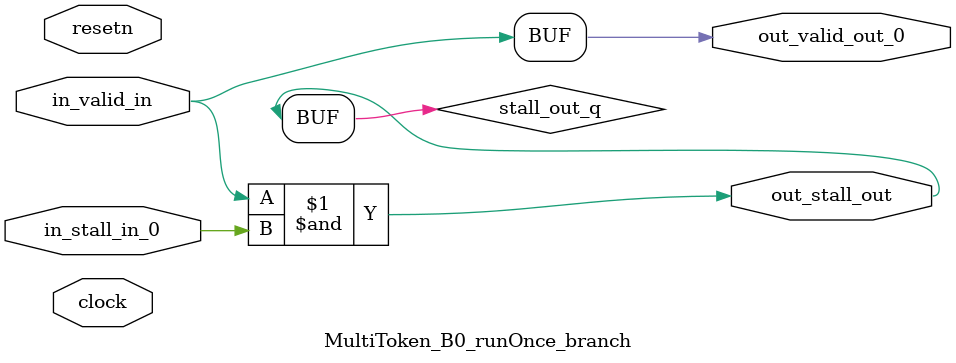
<source format=sv>



(* altera_attribute = "-name AUTO_SHIFT_REGISTER_RECOGNITION OFF; -name MESSAGE_DISABLE 10036; -name MESSAGE_DISABLE 10037; -name MESSAGE_DISABLE 14130; -name MESSAGE_DISABLE 14320; -name MESSAGE_DISABLE 15400; -name MESSAGE_DISABLE 14130; -name MESSAGE_DISABLE 10036; -name MESSAGE_DISABLE 12020; -name MESSAGE_DISABLE 12030; -name MESSAGE_DISABLE 12010; -name MESSAGE_DISABLE 12110; -name MESSAGE_DISABLE 14320; -name MESSAGE_DISABLE 13410; -name MESSAGE_DISABLE 113007; -name MESSAGE_DISABLE 10958" *)
module MultiToken_B0_runOnce_branch (
    input wire [0:0] in_stall_in_0,
    input wire [0:0] in_valid_in,
    output wire [0:0] out_stall_out,
    output wire [0:0] out_valid_out_0,
    input wire clock,
    input wire resetn
    );

    wire [0:0] stall_out_q;


    // stall_out(LOGICAL,6)
    assign stall_out_q = in_valid_in & in_stall_in_0;

    // out_stall_out(GPOUT,4)
    assign out_stall_out = stall_out_q;

    // out_valid_out_0(GPOUT,5)
    assign out_valid_out_0 = in_valid_in;

endmodule

</source>
